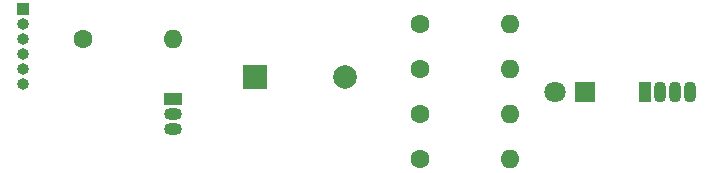
<source format=gbr>
%TF.GenerationSoftware,KiCad,Pcbnew,(5.1.7)-1*%
%TF.CreationDate,2020-10-26T20:10:13+01:00*%
%TF.ProjectId,geiger_counter,67656967-6572-45f6-936f-756e7465722e,rev?*%
%TF.SameCoordinates,Original*%
%TF.FileFunction,Copper,L2,Bot*%
%TF.FilePolarity,Positive*%
%FSLAX46Y46*%
G04 Gerber Fmt 4.6, Leading zero omitted, Abs format (unit mm)*
G04 Created by KiCad (PCBNEW (5.1.7)-1) date 2020-10-26 20:10:13*
%MOMM*%
%LPD*%
G01*
G04 APERTURE LIST*
%TA.AperFunction,ComponentPad*%
%ADD10O,1.600000X1.600000*%
%TD*%
%TA.AperFunction,ComponentPad*%
%ADD11C,1.600000*%
%TD*%
%TA.AperFunction,ComponentPad*%
%ADD12R,1.500000X1.050000*%
%TD*%
%TA.AperFunction,ComponentPad*%
%ADD13O,1.500000X1.050000*%
%TD*%
%TA.AperFunction,ComponentPad*%
%ADD14O,1.000000X1.000000*%
%TD*%
%TA.AperFunction,ComponentPad*%
%ADD15R,1.000000X1.000000*%
%TD*%
%TA.AperFunction,ComponentPad*%
%ADD16C,2.000000*%
%TD*%
%TA.AperFunction,ComponentPad*%
%ADD17R,2.000000X2.000000*%
%TD*%
%TA.AperFunction,ComponentPad*%
%ADD18C,1.800000*%
%TD*%
%TA.AperFunction,ComponentPad*%
%ADD19R,1.800000X1.800000*%
%TD*%
%TA.AperFunction,ComponentPad*%
%ADD20O,1.070000X1.800000*%
%TD*%
%TA.AperFunction,ComponentPad*%
%ADD21R,1.070000X1.800000*%
%TD*%
G04 APERTURE END LIST*
D10*
%TO.P, ,2*%
%TO.N,N/C*%
X177165000Y-31750000D03*
D11*
%TO.P, ,1*%
X169545000Y-31750000D03*
%TD*%
D12*
%TO.P, ,1*%
%TO.N,N/C*%
X177165000Y-36830000D03*
D13*
%TO.P, ,3*%
X177165000Y-39370000D03*
%TO.P, ,2*%
X177165000Y-38100000D03*
%TD*%
D10*
%TO.P, ,2*%
%TO.N,N/C*%
X205740000Y-41910000D03*
D11*
%TO.P, ,1*%
X198120000Y-41910000D03*
%TD*%
D10*
%TO.P, ,2*%
%TO.N,N/C*%
X205740000Y-38100000D03*
D11*
%TO.P, ,1*%
X198120000Y-38100000D03*
%TD*%
D10*
%TO.P, ,2*%
%TO.N,N/C*%
X205740000Y-34290000D03*
D11*
%TO.P, ,1*%
X198120000Y-34290000D03*
%TD*%
D10*
%TO.P, ,2*%
%TO.N,N/C*%
X205740000Y-30480000D03*
D11*
%TO.P, ,1*%
X198120000Y-30480000D03*
%TD*%
D14*
%TO.P, ,6*%
%TO.N,N/C*%
X164465000Y-35560000D03*
%TO.P, ,5*%
X164465000Y-34290000D03*
%TO.P, ,4*%
X164465000Y-33020000D03*
%TO.P, ,3*%
X164465000Y-31750000D03*
%TO.P, ,2*%
X164465000Y-30480000D03*
D15*
%TO.P, ,1*%
X164465000Y-29210000D03*
%TD*%
D16*
%TO.P, ,2*%
%TO.N,N/C*%
X191750000Y-34925000D03*
D17*
%TO.P, ,1*%
X184150000Y-34925000D03*
%TD*%
D18*
%TO.P, ,2*%
%TO.N,N/C*%
X209550000Y-36195000D03*
D19*
%TO.P, ,1*%
X212090000Y-36195000D03*
%TD*%
D20*
%TO.P,REF\u002A\u002A,4*%
%TO.N,N/C*%
X220980000Y-36195000D03*
%TO.P,REF\u002A\u002A,3*%
X219710000Y-36195000D03*
%TO.P,REF\u002A\u002A,2*%
X218440000Y-36195000D03*
D21*
%TO.P,REF\u002A\u002A,1*%
X217170000Y-36195000D03*
%TD*%
M02*

</source>
